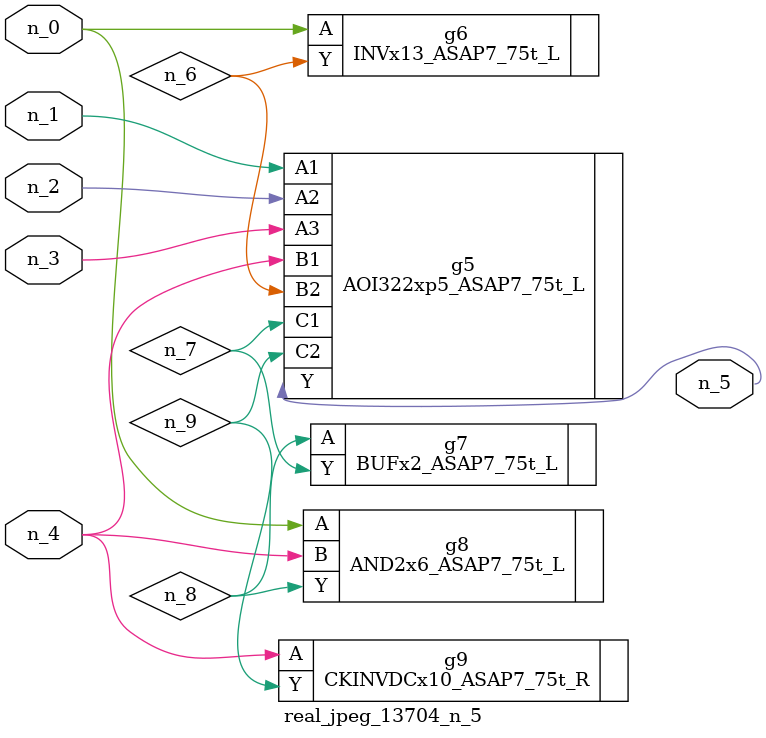
<source format=v>
module real_jpeg_13704_n_5 (n_4, n_0, n_1, n_2, n_3, n_5);

input n_4;
input n_0;
input n_1;
input n_2;
input n_3;

output n_5;

wire n_8;
wire n_6;
wire n_7;
wire n_9;

INVx13_ASAP7_75t_L g6 ( 
.A(n_0),
.Y(n_6)
);

AND2x6_ASAP7_75t_L g8 ( 
.A(n_0),
.B(n_4),
.Y(n_8)
);

AOI322xp5_ASAP7_75t_L g5 ( 
.A1(n_1),
.A2(n_2),
.A3(n_3),
.B1(n_4),
.B2(n_6),
.C1(n_7),
.C2(n_9),
.Y(n_5)
);

CKINVDCx10_ASAP7_75t_R g9 ( 
.A(n_4),
.Y(n_9)
);

BUFx2_ASAP7_75t_L g7 ( 
.A(n_8),
.Y(n_7)
);


endmodule
</source>
